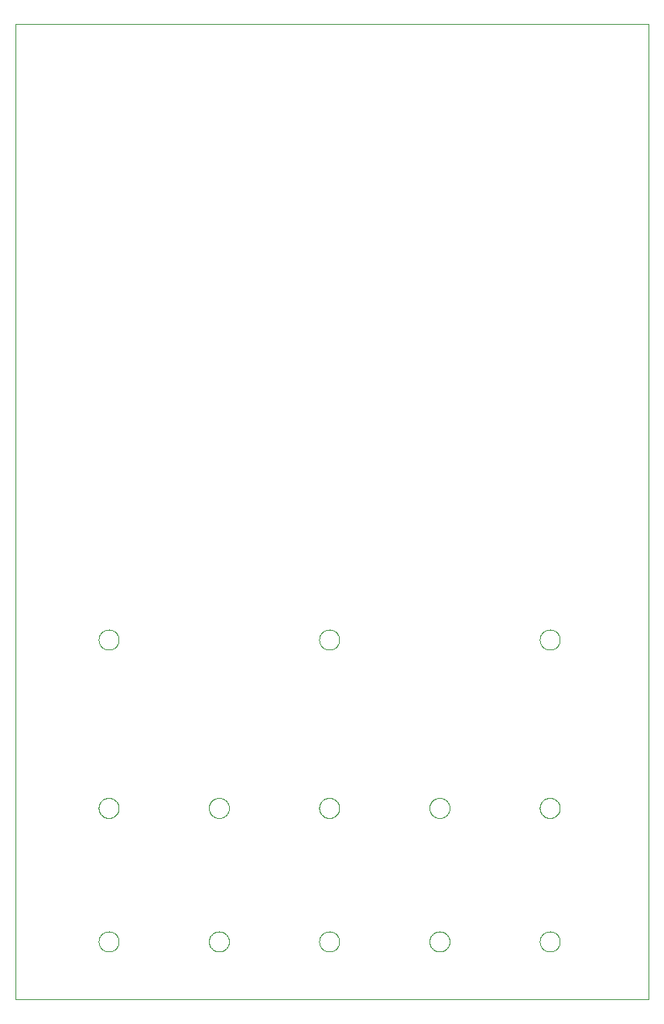
<source format=gbp>
G75*
%MOIN*%
%OFA0B0*%
%FSLAX25Y25*%
%IPPOS*%
%LPD*%
%AMOC8*
5,1,8,0,0,1.08239X$1,22.5*
%
%ADD10C,0.00000*%
D10*
X0001800Y0001800D02*
X0001800Y0421800D01*
X0274221Y0421800D01*
X0274221Y0001800D01*
X0001800Y0001800D01*
X0037469Y0026800D02*
X0037471Y0026931D01*
X0037477Y0027063D01*
X0037487Y0027194D01*
X0037501Y0027325D01*
X0037519Y0027455D01*
X0037541Y0027584D01*
X0037566Y0027713D01*
X0037596Y0027841D01*
X0037630Y0027968D01*
X0037667Y0028095D01*
X0037708Y0028219D01*
X0037753Y0028343D01*
X0037802Y0028465D01*
X0037854Y0028586D01*
X0037910Y0028704D01*
X0037970Y0028822D01*
X0038033Y0028937D01*
X0038100Y0029050D01*
X0038170Y0029162D01*
X0038243Y0029271D01*
X0038319Y0029377D01*
X0038399Y0029482D01*
X0038482Y0029584D01*
X0038568Y0029683D01*
X0038657Y0029780D01*
X0038749Y0029874D01*
X0038844Y0029965D01*
X0038941Y0030054D01*
X0039041Y0030139D01*
X0039144Y0030221D01*
X0039249Y0030300D01*
X0039356Y0030376D01*
X0039466Y0030448D01*
X0039578Y0030517D01*
X0039692Y0030583D01*
X0039807Y0030645D01*
X0039925Y0030704D01*
X0040044Y0030759D01*
X0040165Y0030811D01*
X0040288Y0030858D01*
X0040412Y0030902D01*
X0040537Y0030943D01*
X0040663Y0030979D01*
X0040791Y0031012D01*
X0040919Y0031040D01*
X0041048Y0031065D01*
X0041178Y0031086D01*
X0041308Y0031103D01*
X0041439Y0031116D01*
X0041570Y0031125D01*
X0041701Y0031130D01*
X0041833Y0031131D01*
X0041964Y0031128D01*
X0042096Y0031121D01*
X0042227Y0031110D01*
X0042357Y0031095D01*
X0042487Y0031076D01*
X0042617Y0031053D01*
X0042745Y0031027D01*
X0042873Y0030996D01*
X0043000Y0030961D01*
X0043126Y0030923D01*
X0043250Y0030881D01*
X0043374Y0030835D01*
X0043495Y0030785D01*
X0043615Y0030732D01*
X0043734Y0030675D01*
X0043851Y0030615D01*
X0043965Y0030551D01*
X0044078Y0030483D01*
X0044189Y0030412D01*
X0044298Y0030338D01*
X0044404Y0030261D01*
X0044508Y0030180D01*
X0044609Y0030097D01*
X0044708Y0030010D01*
X0044804Y0029920D01*
X0044897Y0029827D01*
X0044988Y0029732D01*
X0045075Y0029634D01*
X0045160Y0029533D01*
X0045241Y0029430D01*
X0045319Y0029324D01*
X0045394Y0029216D01*
X0045466Y0029106D01*
X0045534Y0028994D01*
X0045599Y0028880D01*
X0045660Y0028763D01*
X0045718Y0028645D01*
X0045772Y0028525D01*
X0045823Y0028404D01*
X0045870Y0028281D01*
X0045913Y0028157D01*
X0045952Y0028032D01*
X0045988Y0027905D01*
X0046019Y0027777D01*
X0046047Y0027649D01*
X0046071Y0027520D01*
X0046091Y0027390D01*
X0046107Y0027259D01*
X0046119Y0027128D01*
X0046127Y0026997D01*
X0046131Y0026866D01*
X0046131Y0026734D01*
X0046127Y0026603D01*
X0046119Y0026472D01*
X0046107Y0026341D01*
X0046091Y0026210D01*
X0046071Y0026080D01*
X0046047Y0025951D01*
X0046019Y0025823D01*
X0045988Y0025695D01*
X0045952Y0025568D01*
X0045913Y0025443D01*
X0045870Y0025319D01*
X0045823Y0025196D01*
X0045772Y0025075D01*
X0045718Y0024955D01*
X0045660Y0024837D01*
X0045599Y0024720D01*
X0045534Y0024606D01*
X0045466Y0024494D01*
X0045394Y0024384D01*
X0045319Y0024276D01*
X0045241Y0024170D01*
X0045160Y0024067D01*
X0045075Y0023966D01*
X0044988Y0023868D01*
X0044897Y0023773D01*
X0044804Y0023680D01*
X0044708Y0023590D01*
X0044609Y0023503D01*
X0044508Y0023420D01*
X0044404Y0023339D01*
X0044298Y0023262D01*
X0044189Y0023188D01*
X0044078Y0023117D01*
X0043966Y0023049D01*
X0043851Y0022985D01*
X0043734Y0022925D01*
X0043615Y0022868D01*
X0043495Y0022815D01*
X0043374Y0022765D01*
X0043250Y0022719D01*
X0043126Y0022677D01*
X0043000Y0022639D01*
X0042873Y0022604D01*
X0042745Y0022573D01*
X0042617Y0022547D01*
X0042487Y0022524D01*
X0042357Y0022505D01*
X0042227Y0022490D01*
X0042096Y0022479D01*
X0041964Y0022472D01*
X0041833Y0022469D01*
X0041701Y0022470D01*
X0041570Y0022475D01*
X0041439Y0022484D01*
X0041308Y0022497D01*
X0041178Y0022514D01*
X0041048Y0022535D01*
X0040919Y0022560D01*
X0040791Y0022588D01*
X0040663Y0022621D01*
X0040537Y0022657D01*
X0040412Y0022698D01*
X0040288Y0022742D01*
X0040165Y0022789D01*
X0040044Y0022841D01*
X0039925Y0022896D01*
X0039807Y0022955D01*
X0039692Y0023017D01*
X0039578Y0023083D01*
X0039466Y0023152D01*
X0039356Y0023224D01*
X0039249Y0023300D01*
X0039144Y0023379D01*
X0039041Y0023461D01*
X0038941Y0023546D01*
X0038844Y0023635D01*
X0038749Y0023726D01*
X0038657Y0023820D01*
X0038568Y0023917D01*
X0038482Y0024016D01*
X0038399Y0024118D01*
X0038319Y0024223D01*
X0038243Y0024329D01*
X0038170Y0024438D01*
X0038100Y0024550D01*
X0038033Y0024663D01*
X0037970Y0024778D01*
X0037910Y0024896D01*
X0037854Y0025014D01*
X0037802Y0025135D01*
X0037753Y0025257D01*
X0037708Y0025381D01*
X0037667Y0025505D01*
X0037630Y0025632D01*
X0037596Y0025759D01*
X0037566Y0025887D01*
X0037541Y0026016D01*
X0037519Y0026145D01*
X0037501Y0026275D01*
X0037487Y0026406D01*
X0037477Y0026537D01*
X0037471Y0026669D01*
X0037469Y0026800D01*
X0037469Y0084300D02*
X0037471Y0084431D01*
X0037477Y0084563D01*
X0037487Y0084694D01*
X0037501Y0084825D01*
X0037519Y0084955D01*
X0037541Y0085084D01*
X0037566Y0085213D01*
X0037596Y0085341D01*
X0037630Y0085468D01*
X0037667Y0085595D01*
X0037708Y0085719D01*
X0037753Y0085843D01*
X0037802Y0085965D01*
X0037854Y0086086D01*
X0037910Y0086204D01*
X0037970Y0086322D01*
X0038033Y0086437D01*
X0038100Y0086550D01*
X0038170Y0086662D01*
X0038243Y0086771D01*
X0038319Y0086877D01*
X0038399Y0086982D01*
X0038482Y0087084D01*
X0038568Y0087183D01*
X0038657Y0087280D01*
X0038749Y0087374D01*
X0038844Y0087465D01*
X0038941Y0087554D01*
X0039041Y0087639D01*
X0039144Y0087721D01*
X0039249Y0087800D01*
X0039356Y0087876D01*
X0039466Y0087948D01*
X0039578Y0088017D01*
X0039692Y0088083D01*
X0039807Y0088145D01*
X0039925Y0088204D01*
X0040044Y0088259D01*
X0040165Y0088311D01*
X0040288Y0088358D01*
X0040412Y0088402D01*
X0040537Y0088443D01*
X0040663Y0088479D01*
X0040791Y0088512D01*
X0040919Y0088540D01*
X0041048Y0088565D01*
X0041178Y0088586D01*
X0041308Y0088603D01*
X0041439Y0088616D01*
X0041570Y0088625D01*
X0041701Y0088630D01*
X0041833Y0088631D01*
X0041964Y0088628D01*
X0042096Y0088621D01*
X0042227Y0088610D01*
X0042357Y0088595D01*
X0042487Y0088576D01*
X0042617Y0088553D01*
X0042745Y0088527D01*
X0042873Y0088496D01*
X0043000Y0088461D01*
X0043126Y0088423D01*
X0043250Y0088381D01*
X0043374Y0088335D01*
X0043495Y0088285D01*
X0043615Y0088232D01*
X0043734Y0088175D01*
X0043851Y0088115D01*
X0043965Y0088051D01*
X0044078Y0087983D01*
X0044189Y0087912D01*
X0044298Y0087838D01*
X0044404Y0087761D01*
X0044508Y0087680D01*
X0044609Y0087597D01*
X0044708Y0087510D01*
X0044804Y0087420D01*
X0044897Y0087327D01*
X0044988Y0087232D01*
X0045075Y0087134D01*
X0045160Y0087033D01*
X0045241Y0086930D01*
X0045319Y0086824D01*
X0045394Y0086716D01*
X0045466Y0086606D01*
X0045534Y0086494D01*
X0045599Y0086380D01*
X0045660Y0086263D01*
X0045718Y0086145D01*
X0045772Y0086025D01*
X0045823Y0085904D01*
X0045870Y0085781D01*
X0045913Y0085657D01*
X0045952Y0085532D01*
X0045988Y0085405D01*
X0046019Y0085277D01*
X0046047Y0085149D01*
X0046071Y0085020D01*
X0046091Y0084890D01*
X0046107Y0084759D01*
X0046119Y0084628D01*
X0046127Y0084497D01*
X0046131Y0084366D01*
X0046131Y0084234D01*
X0046127Y0084103D01*
X0046119Y0083972D01*
X0046107Y0083841D01*
X0046091Y0083710D01*
X0046071Y0083580D01*
X0046047Y0083451D01*
X0046019Y0083323D01*
X0045988Y0083195D01*
X0045952Y0083068D01*
X0045913Y0082943D01*
X0045870Y0082819D01*
X0045823Y0082696D01*
X0045772Y0082575D01*
X0045718Y0082455D01*
X0045660Y0082337D01*
X0045599Y0082220D01*
X0045534Y0082106D01*
X0045466Y0081994D01*
X0045394Y0081884D01*
X0045319Y0081776D01*
X0045241Y0081670D01*
X0045160Y0081567D01*
X0045075Y0081466D01*
X0044988Y0081368D01*
X0044897Y0081273D01*
X0044804Y0081180D01*
X0044708Y0081090D01*
X0044609Y0081003D01*
X0044508Y0080920D01*
X0044404Y0080839D01*
X0044298Y0080762D01*
X0044189Y0080688D01*
X0044078Y0080617D01*
X0043966Y0080549D01*
X0043851Y0080485D01*
X0043734Y0080425D01*
X0043615Y0080368D01*
X0043495Y0080315D01*
X0043374Y0080265D01*
X0043250Y0080219D01*
X0043126Y0080177D01*
X0043000Y0080139D01*
X0042873Y0080104D01*
X0042745Y0080073D01*
X0042617Y0080047D01*
X0042487Y0080024D01*
X0042357Y0080005D01*
X0042227Y0079990D01*
X0042096Y0079979D01*
X0041964Y0079972D01*
X0041833Y0079969D01*
X0041701Y0079970D01*
X0041570Y0079975D01*
X0041439Y0079984D01*
X0041308Y0079997D01*
X0041178Y0080014D01*
X0041048Y0080035D01*
X0040919Y0080060D01*
X0040791Y0080088D01*
X0040663Y0080121D01*
X0040537Y0080157D01*
X0040412Y0080198D01*
X0040288Y0080242D01*
X0040165Y0080289D01*
X0040044Y0080341D01*
X0039925Y0080396D01*
X0039807Y0080455D01*
X0039692Y0080517D01*
X0039578Y0080583D01*
X0039466Y0080652D01*
X0039356Y0080724D01*
X0039249Y0080800D01*
X0039144Y0080879D01*
X0039041Y0080961D01*
X0038941Y0081046D01*
X0038844Y0081135D01*
X0038749Y0081226D01*
X0038657Y0081320D01*
X0038568Y0081417D01*
X0038482Y0081516D01*
X0038399Y0081618D01*
X0038319Y0081723D01*
X0038243Y0081829D01*
X0038170Y0081938D01*
X0038100Y0082050D01*
X0038033Y0082163D01*
X0037970Y0082278D01*
X0037910Y0082396D01*
X0037854Y0082514D01*
X0037802Y0082635D01*
X0037753Y0082757D01*
X0037708Y0082881D01*
X0037667Y0083005D01*
X0037630Y0083132D01*
X0037596Y0083259D01*
X0037566Y0083387D01*
X0037541Y0083516D01*
X0037519Y0083645D01*
X0037501Y0083775D01*
X0037487Y0083906D01*
X0037477Y0084037D01*
X0037471Y0084169D01*
X0037469Y0084300D01*
X0037469Y0156800D02*
X0037471Y0156931D01*
X0037477Y0157063D01*
X0037487Y0157194D01*
X0037501Y0157325D01*
X0037519Y0157455D01*
X0037541Y0157584D01*
X0037566Y0157713D01*
X0037596Y0157841D01*
X0037630Y0157968D01*
X0037667Y0158095D01*
X0037708Y0158219D01*
X0037753Y0158343D01*
X0037802Y0158465D01*
X0037854Y0158586D01*
X0037910Y0158704D01*
X0037970Y0158822D01*
X0038033Y0158937D01*
X0038100Y0159050D01*
X0038170Y0159162D01*
X0038243Y0159271D01*
X0038319Y0159377D01*
X0038399Y0159482D01*
X0038482Y0159584D01*
X0038568Y0159683D01*
X0038657Y0159780D01*
X0038749Y0159874D01*
X0038844Y0159965D01*
X0038941Y0160054D01*
X0039041Y0160139D01*
X0039144Y0160221D01*
X0039249Y0160300D01*
X0039356Y0160376D01*
X0039466Y0160448D01*
X0039578Y0160517D01*
X0039692Y0160583D01*
X0039807Y0160645D01*
X0039925Y0160704D01*
X0040044Y0160759D01*
X0040165Y0160811D01*
X0040288Y0160858D01*
X0040412Y0160902D01*
X0040537Y0160943D01*
X0040663Y0160979D01*
X0040791Y0161012D01*
X0040919Y0161040D01*
X0041048Y0161065D01*
X0041178Y0161086D01*
X0041308Y0161103D01*
X0041439Y0161116D01*
X0041570Y0161125D01*
X0041701Y0161130D01*
X0041833Y0161131D01*
X0041964Y0161128D01*
X0042096Y0161121D01*
X0042227Y0161110D01*
X0042357Y0161095D01*
X0042487Y0161076D01*
X0042617Y0161053D01*
X0042745Y0161027D01*
X0042873Y0160996D01*
X0043000Y0160961D01*
X0043126Y0160923D01*
X0043250Y0160881D01*
X0043374Y0160835D01*
X0043495Y0160785D01*
X0043615Y0160732D01*
X0043734Y0160675D01*
X0043851Y0160615D01*
X0043965Y0160551D01*
X0044078Y0160483D01*
X0044189Y0160412D01*
X0044298Y0160338D01*
X0044404Y0160261D01*
X0044508Y0160180D01*
X0044609Y0160097D01*
X0044708Y0160010D01*
X0044804Y0159920D01*
X0044897Y0159827D01*
X0044988Y0159732D01*
X0045075Y0159634D01*
X0045160Y0159533D01*
X0045241Y0159430D01*
X0045319Y0159324D01*
X0045394Y0159216D01*
X0045466Y0159106D01*
X0045534Y0158994D01*
X0045599Y0158880D01*
X0045660Y0158763D01*
X0045718Y0158645D01*
X0045772Y0158525D01*
X0045823Y0158404D01*
X0045870Y0158281D01*
X0045913Y0158157D01*
X0045952Y0158032D01*
X0045988Y0157905D01*
X0046019Y0157777D01*
X0046047Y0157649D01*
X0046071Y0157520D01*
X0046091Y0157390D01*
X0046107Y0157259D01*
X0046119Y0157128D01*
X0046127Y0156997D01*
X0046131Y0156866D01*
X0046131Y0156734D01*
X0046127Y0156603D01*
X0046119Y0156472D01*
X0046107Y0156341D01*
X0046091Y0156210D01*
X0046071Y0156080D01*
X0046047Y0155951D01*
X0046019Y0155823D01*
X0045988Y0155695D01*
X0045952Y0155568D01*
X0045913Y0155443D01*
X0045870Y0155319D01*
X0045823Y0155196D01*
X0045772Y0155075D01*
X0045718Y0154955D01*
X0045660Y0154837D01*
X0045599Y0154720D01*
X0045534Y0154606D01*
X0045466Y0154494D01*
X0045394Y0154384D01*
X0045319Y0154276D01*
X0045241Y0154170D01*
X0045160Y0154067D01*
X0045075Y0153966D01*
X0044988Y0153868D01*
X0044897Y0153773D01*
X0044804Y0153680D01*
X0044708Y0153590D01*
X0044609Y0153503D01*
X0044508Y0153420D01*
X0044404Y0153339D01*
X0044298Y0153262D01*
X0044189Y0153188D01*
X0044078Y0153117D01*
X0043966Y0153049D01*
X0043851Y0152985D01*
X0043734Y0152925D01*
X0043615Y0152868D01*
X0043495Y0152815D01*
X0043374Y0152765D01*
X0043250Y0152719D01*
X0043126Y0152677D01*
X0043000Y0152639D01*
X0042873Y0152604D01*
X0042745Y0152573D01*
X0042617Y0152547D01*
X0042487Y0152524D01*
X0042357Y0152505D01*
X0042227Y0152490D01*
X0042096Y0152479D01*
X0041964Y0152472D01*
X0041833Y0152469D01*
X0041701Y0152470D01*
X0041570Y0152475D01*
X0041439Y0152484D01*
X0041308Y0152497D01*
X0041178Y0152514D01*
X0041048Y0152535D01*
X0040919Y0152560D01*
X0040791Y0152588D01*
X0040663Y0152621D01*
X0040537Y0152657D01*
X0040412Y0152698D01*
X0040288Y0152742D01*
X0040165Y0152789D01*
X0040044Y0152841D01*
X0039925Y0152896D01*
X0039807Y0152955D01*
X0039692Y0153017D01*
X0039578Y0153083D01*
X0039466Y0153152D01*
X0039356Y0153224D01*
X0039249Y0153300D01*
X0039144Y0153379D01*
X0039041Y0153461D01*
X0038941Y0153546D01*
X0038844Y0153635D01*
X0038749Y0153726D01*
X0038657Y0153820D01*
X0038568Y0153917D01*
X0038482Y0154016D01*
X0038399Y0154118D01*
X0038319Y0154223D01*
X0038243Y0154329D01*
X0038170Y0154438D01*
X0038100Y0154550D01*
X0038033Y0154663D01*
X0037970Y0154778D01*
X0037910Y0154896D01*
X0037854Y0155014D01*
X0037802Y0155135D01*
X0037753Y0155257D01*
X0037708Y0155381D01*
X0037667Y0155505D01*
X0037630Y0155632D01*
X0037596Y0155759D01*
X0037566Y0155887D01*
X0037541Y0156016D01*
X0037519Y0156145D01*
X0037501Y0156275D01*
X0037487Y0156406D01*
X0037477Y0156537D01*
X0037471Y0156669D01*
X0037469Y0156800D01*
X0084969Y0084300D02*
X0084971Y0084431D01*
X0084977Y0084563D01*
X0084987Y0084694D01*
X0085001Y0084825D01*
X0085019Y0084955D01*
X0085041Y0085084D01*
X0085066Y0085213D01*
X0085096Y0085341D01*
X0085130Y0085468D01*
X0085167Y0085595D01*
X0085208Y0085719D01*
X0085253Y0085843D01*
X0085302Y0085965D01*
X0085354Y0086086D01*
X0085410Y0086204D01*
X0085470Y0086322D01*
X0085533Y0086437D01*
X0085600Y0086550D01*
X0085670Y0086662D01*
X0085743Y0086771D01*
X0085819Y0086877D01*
X0085899Y0086982D01*
X0085982Y0087084D01*
X0086068Y0087183D01*
X0086157Y0087280D01*
X0086249Y0087374D01*
X0086344Y0087465D01*
X0086441Y0087554D01*
X0086541Y0087639D01*
X0086644Y0087721D01*
X0086749Y0087800D01*
X0086856Y0087876D01*
X0086966Y0087948D01*
X0087078Y0088017D01*
X0087192Y0088083D01*
X0087307Y0088145D01*
X0087425Y0088204D01*
X0087544Y0088259D01*
X0087665Y0088311D01*
X0087788Y0088358D01*
X0087912Y0088402D01*
X0088037Y0088443D01*
X0088163Y0088479D01*
X0088291Y0088512D01*
X0088419Y0088540D01*
X0088548Y0088565D01*
X0088678Y0088586D01*
X0088808Y0088603D01*
X0088939Y0088616D01*
X0089070Y0088625D01*
X0089201Y0088630D01*
X0089333Y0088631D01*
X0089464Y0088628D01*
X0089596Y0088621D01*
X0089727Y0088610D01*
X0089857Y0088595D01*
X0089987Y0088576D01*
X0090117Y0088553D01*
X0090245Y0088527D01*
X0090373Y0088496D01*
X0090500Y0088461D01*
X0090626Y0088423D01*
X0090750Y0088381D01*
X0090874Y0088335D01*
X0090995Y0088285D01*
X0091115Y0088232D01*
X0091234Y0088175D01*
X0091351Y0088115D01*
X0091465Y0088051D01*
X0091578Y0087983D01*
X0091689Y0087912D01*
X0091798Y0087838D01*
X0091904Y0087761D01*
X0092008Y0087680D01*
X0092109Y0087597D01*
X0092208Y0087510D01*
X0092304Y0087420D01*
X0092397Y0087327D01*
X0092488Y0087232D01*
X0092575Y0087134D01*
X0092660Y0087033D01*
X0092741Y0086930D01*
X0092819Y0086824D01*
X0092894Y0086716D01*
X0092966Y0086606D01*
X0093034Y0086494D01*
X0093099Y0086380D01*
X0093160Y0086263D01*
X0093218Y0086145D01*
X0093272Y0086025D01*
X0093323Y0085904D01*
X0093370Y0085781D01*
X0093413Y0085657D01*
X0093452Y0085532D01*
X0093488Y0085405D01*
X0093519Y0085277D01*
X0093547Y0085149D01*
X0093571Y0085020D01*
X0093591Y0084890D01*
X0093607Y0084759D01*
X0093619Y0084628D01*
X0093627Y0084497D01*
X0093631Y0084366D01*
X0093631Y0084234D01*
X0093627Y0084103D01*
X0093619Y0083972D01*
X0093607Y0083841D01*
X0093591Y0083710D01*
X0093571Y0083580D01*
X0093547Y0083451D01*
X0093519Y0083323D01*
X0093488Y0083195D01*
X0093452Y0083068D01*
X0093413Y0082943D01*
X0093370Y0082819D01*
X0093323Y0082696D01*
X0093272Y0082575D01*
X0093218Y0082455D01*
X0093160Y0082337D01*
X0093099Y0082220D01*
X0093034Y0082106D01*
X0092966Y0081994D01*
X0092894Y0081884D01*
X0092819Y0081776D01*
X0092741Y0081670D01*
X0092660Y0081567D01*
X0092575Y0081466D01*
X0092488Y0081368D01*
X0092397Y0081273D01*
X0092304Y0081180D01*
X0092208Y0081090D01*
X0092109Y0081003D01*
X0092008Y0080920D01*
X0091904Y0080839D01*
X0091798Y0080762D01*
X0091689Y0080688D01*
X0091578Y0080617D01*
X0091466Y0080549D01*
X0091351Y0080485D01*
X0091234Y0080425D01*
X0091115Y0080368D01*
X0090995Y0080315D01*
X0090874Y0080265D01*
X0090750Y0080219D01*
X0090626Y0080177D01*
X0090500Y0080139D01*
X0090373Y0080104D01*
X0090245Y0080073D01*
X0090117Y0080047D01*
X0089987Y0080024D01*
X0089857Y0080005D01*
X0089727Y0079990D01*
X0089596Y0079979D01*
X0089464Y0079972D01*
X0089333Y0079969D01*
X0089201Y0079970D01*
X0089070Y0079975D01*
X0088939Y0079984D01*
X0088808Y0079997D01*
X0088678Y0080014D01*
X0088548Y0080035D01*
X0088419Y0080060D01*
X0088291Y0080088D01*
X0088163Y0080121D01*
X0088037Y0080157D01*
X0087912Y0080198D01*
X0087788Y0080242D01*
X0087665Y0080289D01*
X0087544Y0080341D01*
X0087425Y0080396D01*
X0087307Y0080455D01*
X0087192Y0080517D01*
X0087078Y0080583D01*
X0086966Y0080652D01*
X0086856Y0080724D01*
X0086749Y0080800D01*
X0086644Y0080879D01*
X0086541Y0080961D01*
X0086441Y0081046D01*
X0086344Y0081135D01*
X0086249Y0081226D01*
X0086157Y0081320D01*
X0086068Y0081417D01*
X0085982Y0081516D01*
X0085899Y0081618D01*
X0085819Y0081723D01*
X0085743Y0081829D01*
X0085670Y0081938D01*
X0085600Y0082050D01*
X0085533Y0082163D01*
X0085470Y0082278D01*
X0085410Y0082396D01*
X0085354Y0082514D01*
X0085302Y0082635D01*
X0085253Y0082757D01*
X0085208Y0082881D01*
X0085167Y0083005D01*
X0085130Y0083132D01*
X0085096Y0083259D01*
X0085066Y0083387D01*
X0085041Y0083516D01*
X0085019Y0083645D01*
X0085001Y0083775D01*
X0084987Y0083906D01*
X0084977Y0084037D01*
X0084971Y0084169D01*
X0084969Y0084300D01*
X0084969Y0026800D02*
X0084971Y0026931D01*
X0084977Y0027063D01*
X0084987Y0027194D01*
X0085001Y0027325D01*
X0085019Y0027455D01*
X0085041Y0027584D01*
X0085066Y0027713D01*
X0085096Y0027841D01*
X0085130Y0027968D01*
X0085167Y0028095D01*
X0085208Y0028219D01*
X0085253Y0028343D01*
X0085302Y0028465D01*
X0085354Y0028586D01*
X0085410Y0028704D01*
X0085470Y0028822D01*
X0085533Y0028937D01*
X0085600Y0029050D01*
X0085670Y0029162D01*
X0085743Y0029271D01*
X0085819Y0029377D01*
X0085899Y0029482D01*
X0085982Y0029584D01*
X0086068Y0029683D01*
X0086157Y0029780D01*
X0086249Y0029874D01*
X0086344Y0029965D01*
X0086441Y0030054D01*
X0086541Y0030139D01*
X0086644Y0030221D01*
X0086749Y0030300D01*
X0086856Y0030376D01*
X0086966Y0030448D01*
X0087078Y0030517D01*
X0087192Y0030583D01*
X0087307Y0030645D01*
X0087425Y0030704D01*
X0087544Y0030759D01*
X0087665Y0030811D01*
X0087788Y0030858D01*
X0087912Y0030902D01*
X0088037Y0030943D01*
X0088163Y0030979D01*
X0088291Y0031012D01*
X0088419Y0031040D01*
X0088548Y0031065D01*
X0088678Y0031086D01*
X0088808Y0031103D01*
X0088939Y0031116D01*
X0089070Y0031125D01*
X0089201Y0031130D01*
X0089333Y0031131D01*
X0089464Y0031128D01*
X0089596Y0031121D01*
X0089727Y0031110D01*
X0089857Y0031095D01*
X0089987Y0031076D01*
X0090117Y0031053D01*
X0090245Y0031027D01*
X0090373Y0030996D01*
X0090500Y0030961D01*
X0090626Y0030923D01*
X0090750Y0030881D01*
X0090874Y0030835D01*
X0090995Y0030785D01*
X0091115Y0030732D01*
X0091234Y0030675D01*
X0091351Y0030615D01*
X0091465Y0030551D01*
X0091578Y0030483D01*
X0091689Y0030412D01*
X0091798Y0030338D01*
X0091904Y0030261D01*
X0092008Y0030180D01*
X0092109Y0030097D01*
X0092208Y0030010D01*
X0092304Y0029920D01*
X0092397Y0029827D01*
X0092488Y0029732D01*
X0092575Y0029634D01*
X0092660Y0029533D01*
X0092741Y0029430D01*
X0092819Y0029324D01*
X0092894Y0029216D01*
X0092966Y0029106D01*
X0093034Y0028994D01*
X0093099Y0028880D01*
X0093160Y0028763D01*
X0093218Y0028645D01*
X0093272Y0028525D01*
X0093323Y0028404D01*
X0093370Y0028281D01*
X0093413Y0028157D01*
X0093452Y0028032D01*
X0093488Y0027905D01*
X0093519Y0027777D01*
X0093547Y0027649D01*
X0093571Y0027520D01*
X0093591Y0027390D01*
X0093607Y0027259D01*
X0093619Y0027128D01*
X0093627Y0026997D01*
X0093631Y0026866D01*
X0093631Y0026734D01*
X0093627Y0026603D01*
X0093619Y0026472D01*
X0093607Y0026341D01*
X0093591Y0026210D01*
X0093571Y0026080D01*
X0093547Y0025951D01*
X0093519Y0025823D01*
X0093488Y0025695D01*
X0093452Y0025568D01*
X0093413Y0025443D01*
X0093370Y0025319D01*
X0093323Y0025196D01*
X0093272Y0025075D01*
X0093218Y0024955D01*
X0093160Y0024837D01*
X0093099Y0024720D01*
X0093034Y0024606D01*
X0092966Y0024494D01*
X0092894Y0024384D01*
X0092819Y0024276D01*
X0092741Y0024170D01*
X0092660Y0024067D01*
X0092575Y0023966D01*
X0092488Y0023868D01*
X0092397Y0023773D01*
X0092304Y0023680D01*
X0092208Y0023590D01*
X0092109Y0023503D01*
X0092008Y0023420D01*
X0091904Y0023339D01*
X0091798Y0023262D01*
X0091689Y0023188D01*
X0091578Y0023117D01*
X0091466Y0023049D01*
X0091351Y0022985D01*
X0091234Y0022925D01*
X0091115Y0022868D01*
X0090995Y0022815D01*
X0090874Y0022765D01*
X0090750Y0022719D01*
X0090626Y0022677D01*
X0090500Y0022639D01*
X0090373Y0022604D01*
X0090245Y0022573D01*
X0090117Y0022547D01*
X0089987Y0022524D01*
X0089857Y0022505D01*
X0089727Y0022490D01*
X0089596Y0022479D01*
X0089464Y0022472D01*
X0089333Y0022469D01*
X0089201Y0022470D01*
X0089070Y0022475D01*
X0088939Y0022484D01*
X0088808Y0022497D01*
X0088678Y0022514D01*
X0088548Y0022535D01*
X0088419Y0022560D01*
X0088291Y0022588D01*
X0088163Y0022621D01*
X0088037Y0022657D01*
X0087912Y0022698D01*
X0087788Y0022742D01*
X0087665Y0022789D01*
X0087544Y0022841D01*
X0087425Y0022896D01*
X0087307Y0022955D01*
X0087192Y0023017D01*
X0087078Y0023083D01*
X0086966Y0023152D01*
X0086856Y0023224D01*
X0086749Y0023300D01*
X0086644Y0023379D01*
X0086541Y0023461D01*
X0086441Y0023546D01*
X0086344Y0023635D01*
X0086249Y0023726D01*
X0086157Y0023820D01*
X0086068Y0023917D01*
X0085982Y0024016D01*
X0085899Y0024118D01*
X0085819Y0024223D01*
X0085743Y0024329D01*
X0085670Y0024438D01*
X0085600Y0024550D01*
X0085533Y0024663D01*
X0085470Y0024778D01*
X0085410Y0024896D01*
X0085354Y0025014D01*
X0085302Y0025135D01*
X0085253Y0025257D01*
X0085208Y0025381D01*
X0085167Y0025505D01*
X0085130Y0025632D01*
X0085096Y0025759D01*
X0085066Y0025887D01*
X0085041Y0026016D01*
X0085019Y0026145D01*
X0085001Y0026275D01*
X0084987Y0026406D01*
X0084977Y0026537D01*
X0084971Y0026669D01*
X0084969Y0026800D01*
X0132469Y0026800D02*
X0132471Y0026931D01*
X0132477Y0027063D01*
X0132487Y0027194D01*
X0132501Y0027325D01*
X0132519Y0027455D01*
X0132541Y0027584D01*
X0132566Y0027713D01*
X0132596Y0027841D01*
X0132630Y0027968D01*
X0132667Y0028095D01*
X0132708Y0028219D01*
X0132753Y0028343D01*
X0132802Y0028465D01*
X0132854Y0028586D01*
X0132910Y0028704D01*
X0132970Y0028822D01*
X0133033Y0028937D01*
X0133100Y0029050D01*
X0133170Y0029162D01*
X0133243Y0029271D01*
X0133319Y0029377D01*
X0133399Y0029482D01*
X0133482Y0029584D01*
X0133568Y0029683D01*
X0133657Y0029780D01*
X0133749Y0029874D01*
X0133844Y0029965D01*
X0133941Y0030054D01*
X0134041Y0030139D01*
X0134144Y0030221D01*
X0134249Y0030300D01*
X0134356Y0030376D01*
X0134466Y0030448D01*
X0134578Y0030517D01*
X0134692Y0030583D01*
X0134807Y0030645D01*
X0134925Y0030704D01*
X0135044Y0030759D01*
X0135165Y0030811D01*
X0135288Y0030858D01*
X0135412Y0030902D01*
X0135537Y0030943D01*
X0135663Y0030979D01*
X0135791Y0031012D01*
X0135919Y0031040D01*
X0136048Y0031065D01*
X0136178Y0031086D01*
X0136308Y0031103D01*
X0136439Y0031116D01*
X0136570Y0031125D01*
X0136701Y0031130D01*
X0136833Y0031131D01*
X0136964Y0031128D01*
X0137096Y0031121D01*
X0137227Y0031110D01*
X0137357Y0031095D01*
X0137487Y0031076D01*
X0137617Y0031053D01*
X0137745Y0031027D01*
X0137873Y0030996D01*
X0138000Y0030961D01*
X0138126Y0030923D01*
X0138250Y0030881D01*
X0138374Y0030835D01*
X0138495Y0030785D01*
X0138615Y0030732D01*
X0138734Y0030675D01*
X0138851Y0030615D01*
X0138965Y0030551D01*
X0139078Y0030483D01*
X0139189Y0030412D01*
X0139298Y0030338D01*
X0139404Y0030261D01*
X0139508Y0030180D01*
X0139609Y0030097D01*
X0139708Y0030010D01*
X0139804Y0029920D01*
X0139897Y0029827D01*
X0139988Y0029732D01*
X0140075Y0029634D01*
X0140160Y0029533D01*
X0140241Y0029430D01*
X0140319Y0029324D01*
X0140394Y0029216D01*
X0140466Y0029106D01*
X0140534Y0028994D01*
X0140599Y0028880D01*
X0140660Y0028763D01*
X0140718Y0028645D01*
X0140772Y0028525D01*
X0140823Y0028404D01*
X0140870Y0028281D01*
X0140913Y0028157D01*
X0140952Y0028032D01*
X0140988Y0027905D01*
X0141019Y0027777D01*
X0141047Y0027649D01*
X0141071Y0027520D01*
X0141091Y0027390D01*
X0141107Y0027259D01*
X0141119Y0027128D01*
X0141127Y0026997D01*
X0141131Y0026866D01*
X0141131Y0026734D01*
X0141127Y0026603D01*
X0141119Y0026472D01*
X0141107Y0026341D01*
X0141091Y0026210D01*
X0141071Y0026080D01*
X0141047Y0025951D01*
X0141019Y0025823D01*
X0140988Y0025695D01*
X0140952Y0025568D01*
X0140913Y0025443D01*
X0140870Y0025319D01*
X0140823Y0025196D01*
X0140772Y0025075D01*
X0140718Y0024955D01*
X0140660Y0024837D01*
X0140599Y0024720D01*
X0140534Y0024606D01*
X0140466Y0024494D01*
X0140394Y0024384D01*
X0140319Y0024276D01*
X0140241Y0024170D01*
X0140160Y0024067D01*
X0140075Y0023966D01*
X0139988Y0023868D01*
X0139897Y0023773D01*
X0139804Y0023680D01*
X0139708Y0023590D01*
X0139609Y0023503D01*
X0139508Y0023420D01*
X0139404Y0023339D01*
X0139298Y0023262D01*
X0139189Y0023188D01*
X0139078Y0023117D01*
X0138966Y0023049D01*
X0138851Y0022985D01*
X0138734Y0022925D01*
X0138615Y0022868D01*
X0138495Y0022815D01*
X0138374Y0022765D01*
X0138250Y0022719D01*
X0138126Y0022677D01*
X0138000Y0022639D01*
X0137873Y0022604D01*
X0137745Y0022573D01*
X0137617Y0022547D01*
X0137487Y0022524D01*
X0137357Y0022505D01*
X0137227Y0022490D01*
X0137096Y0022479D01*
X0136964Y0022472D01*
X0136833Y0022469D01*
X0136701Y0022470D01*
X0136570Y0022475D01*
X0136439Y0022484D01*
X0136308Y0022497D01*
X0136178Y0022514D01*
X0136048Y0022535D01*
X0135919Y0022560D01*
X0135791Y0022588D01*
X0135663Y0022621D01*
X0135537Y0022657D01*
X0135412Y0022698D01*
X0135288Y0022742D01*
X0135165Y0022789D01*
X0135044Y0022841D01*
X0134925Y0022896D01*
X0134807Y0022955D01*
X0134692Y0023017D01*
X0134578Y0023083D01*
X0134466Y0023152D01*
X0134356Y0023224D01*
X0134249Y0023300D01*
X0134144Y0023379D01*
X0134041Y0023461D01*
X0133941Y0023546D01*
X0133844Y0023635D01*
X0133749Y0023726D01*
X0133657Y0023820D01*
X0133568Y0023917D01*
X0133482Y0024016D01*
X0133399Y0024118D01*
X0133319Y0024223D01*
X0133243Y0024329D01*
X0133170Y0024438D01*
X0133100Y0024550D01*
X0133033Y0024663D01*
X0132970Y0024778D01*
X0132910Y0024896D01*
X0132854Y0025014D01*
X0132802Y0025135D01*
X0132753Y0025257D01*
X0132708Y0025381D01*
X0132667Y0025505D01*
X0132630Y0025632D01*
X0132596Y0025759D01*
X0132566Y0025887D01*
X0132541Y0026016D01*
X0132519Y0026145D01*
X0132501Y0026275D01*
X0132487Y0026406D01*
X0132477Y0026537D01*
X0132471Y0026669D01*
X0132469Y0026800D01*
X0132469Y0084300D02*
X0132471Y0084431D01*
X0132477Y0084563D01*
X0132487Y0084694D01*
X0132501Y0084825D01*
X0132519Y0084955D01*
X0132541Y0085084D01*
X0132566Y0085213D01*
X0132596Y0085341D01*
X0132630Y0085468D01*
X0132667Y0085595D01*
X0132708Y0085719D01*
X0132753Y0085843D01*
X0132802Y0085965D01*
X0132854Y0086086D01*
X0132910Y0086204D01*
X0132970Y0086322D01*
X0133033Y0086437D01*
X0133100Y0086550D01*
X0133170Y0086662D01*
X0133243Y0086771D01*
X0133319Y0086877D01*
X0133399Y0086982D01*
X0133482Y0087084D01*
X0133568Y0087183D01*
X0133657Y0087280D01*
X0133749Y0087374D01*
X0133844Y0087465D01*
X0133941Y0087554D01*
X0134041Y0087639D01*
X0134144Y0087721D01*
X0134249Y0087800D01*
X0134356Y0087876D01*
X0134466Y0087948D01*
X0134578Y0088017D01*
X0134692Y0088083D01*
X0134807Y0088145D01*
X0134925Y0088204D01*
X0135044Y0088259D01*
X0135165Y0088311D01*
X0135288Y0088358D01*
X0135412Y0088402D01*
X0135537Y0088443D01*
X0135663Y0088479D01*
X0135791Y0088512D01*
X0135919Y0088540D01*
X0136048Y0088565D01*
X0136178Y0088586D01*
X0136308Y0088603D01*
X0136439Y0088616D01*
X0136570Y0088625D01*
X0136701Y0088630D01*
X0136833Y0088631D01*
X0136964Y0088628D01*
X0137096Y0088621D01*
X0137227Y0088610D01*
X0137357Y0088595D01*
X0137487Y0088576D01*
X0137617Y0088553D01*
X0137745Y0088527D01*
X0137873Y0088496D01*
X0138000Y0088461D01*
X0138126Y0088423D01*
X0138250Y0088381D01*
X0138374Y0088335D01*
X0138495Y0088285D01*
X0138615Y0088232D01*
X0138734Y0088175D01*
X0138851Y0088115D01*
X0138965Y0088051D01*
X0139078Y0087983D01*
X0139189Y0087912D01*
X0139298Y0087838D01*
X0139404Y0087761D01*
X0139508Y0087680D01*
X0139609Y0087597D01*
X0139708Y0087510D01*
X0139804Y0087420D01*
X0139897Y0087327D01*
X0139988Y0087232D01*
X0140075Y0087134D01*
X0140160Y0087033D01*
X0140241Y0086930D01*
X0140319Y0086824D01*
X0140394Y0086716D01*
X0140466Y0086606D01*
X0140534Y0086494D01*
X0140599Y0086380D01*
X0140660Y0086263D01*
X0140718Y0086145D01*
X0140772Y0086025D01*
X0140823Y0085904D01*
X0140870Y0085781D01*
X0140913Y0085657D01*
X0140952Y0085532D01*
X0140988Y0085405D01*
X0141019Y0085277D01*
X0141047Y0085149D01*
X0141071Y0085020D01*
X0141091Y0084890D01*
X0141107Y0084759D01*
X0141119Y0084628D01*
X0141127Y0084497D01*
X0141131Y0084366D01*
X0141131Y0084234D01*
X0141127Y0084103D01*
X0141119Y0083972D01*
X0141107Y0083841D01*
X0141091Y0083710D01*
X0141071Y0083580D01*
X0141047Y0083451D01*
X0141019Y0083323D01*
X0140988Y0083195D01*
X0140952Y0083068D01*
X0140913Y0082943D01*
X0140870Y0082819D01*
X0140823Y0082696D01*
X0140772Y0082575D01*
X0140718Y0082455D01*
X0140660Y0082337D01*
X0140599Y0082220D01*
X0140534Y0082106D01*
X0140466Y0081994D01*
X0140394Y0081884D01*
X0140319Y0081776D01*
X0140241Y0081670D01*
X0140160Y0081567D01*
X0140075Y0081466D01*
X0139988Y0081368D01*
X0139897Y0081273D01*
X0139804Y0081180D01*
X0139708Y0081090D01*
X0139609Y0081003D01*
X0139508Y0080920D01*
X0139404Y0080839D01*
X0139298Y0080762D01*
X0139189Y0080688D01*
X0139078Y0080617D01*
X0138966Y0080549D01*
X0138851Y0080485D01*
X0138734Y0080425D01*
X0138615Y0080368D01*
X0138495Y0080315D01*
X0138374Y0080265D01*
X0138250Y0080219D01*
X0138126Y0080177D01*
X0138000Y0080139D01*
X0137873Y0080104D01*
X0137745Y0080073D01*
X0137617Y0080047D01*
X0137487Y0080024D01*
X0137357Y0080005D01*
X0137227Y0079990D01*
X0137096Y0079979D01*
X0136964Y0079972D01*
X0136833Y0079969D01*
X0136701Y0079970D01*
X0136570Y0079975D01*
X0136439Y0079984D01*
X0136308Y0079997D01*
X0136178Y0080014D01*
X0136048Y0080035D01*
X0135919Y0080060D01*
X0135791Y0080088D01*
X0135663Y0080121D01*
X0135537Y0080157D01*
X0135412Y0080198D01*
X0135288Y0080242D01*
X0135165Y0080289D01*
X0135044Y0080341D01*
X0134925Y0080396D01*
X0134807Y0080455D01*
X0134692Y0080517D01*
X0134578Y0080583D01*
X0134466Y0080652D01*
X0134356Y0080724D01*
X0134249Y0080800D01*
X0134144Y0080879D01*
X0134041Y0080961D01*
X0133941Y0081046D01*
X0133844Y0081135D01*
X0133749Y0081226D01*
X0133657Y0081320D01*
X0133568Y0081417D01*
X0133482Y0081516D01*
X0133399Y0081618D01*
X0133319Y0081723D01*
X0133243Y0081829D01*
X0133170Y0081938D01*
X0133100Y0082050D01*
X0133033Y0082163D01*
X0132970Y0082278D01*
X0132910Y0082396D01*
X0132854Y0082514D01*
X0132802Y0082635D01*
X0132753Y0082757D01*
X0132708Y0082881D01*
X0132667Y0083005D01*
X0132630Y0083132D01*
X0132596Y0083259D01*
X0132566Y0083387D01*
X0132541Y0083516D01*
X0132519Y0083645D01*
X0132501Y0083775D01*
X0132487Y0083906D01*
X0132477Y0084037D01*
X0132471Y0084169D01*
X0132469Y0084300D01*
X0132469Y0156800D02*
X0132471Y0156931D01*
X0132477Y0157063D01*
X0132487Y0157194D01*
X0132501Y0157325D01*
X0132519Y0157455D01*
X0132541Y0157584D01*
X0132566Y0157713D01*
X0132596Y0157841D01*
X0132630Y0157968D01*
X0132667Y0158095D01*
X0132708Y0158219D01*
X0132753Y0158343D01*
X0132802Y0158465D01*
X0132854Y0158586D01*
X0132910Y0158704D01*
X0132970Y0158822D01*
X0133033Y0158937D01*
X0133100Y0159050D01*
X0133170Y0159162D01*
X0133243Y0159271D01*
X0133319Y0159377D01*
X0133399Y0159482D01*
X0133482Y0159584D01*
X0133568Y0159683D01*
X0133657Y0159780D01*
X0133749Y0159874D01*
X0133844Y0159965D01*
X0133941Y0160054D01*
X0134041Y0160139D01*
X0134144Y0160221D01*
X0134249Y0160300D01*
X0134356Y0160376D01*
X0134466Y0160448D01*
X0134578Y0160517D01*
X0134692Y0160583D01*
X0134807Y0160645D01*
X0134925Y0160704D01*
X0135044Y0160759D01*
X0135165Y0160811D01*
X0135288Y0160858D01*
X0135412Y0160902D01*
X0135537Y0160943D01*
X0135663Y0160979D01*
X0135791Y0161012D01*
X0135919Y0161040D01*
X0136048Y0161065D01*
X0136178Y0161086D01*
X0136308Y0161103D01*
X0136439Y0161116D01*
X0136570Y0161125D01*
X0136701Y0161130D01*
X0136833Y0161131D01*
X0136964Y0161128D01*
X0137096Y0161121D01*
X0137227Y0161110D01*
X0137357Y0161095D01*
X0137487Y0161076D01*
X0137617Y0161053D01*
X0137745Y0161027D01*
X0137873Y0160996D01*
X0138000Y0160961D01*
X0138126Y0160923D01*
X0138250Y0160881D01*
X0138374Y0160835D01*
X0138495Y0160785D01*
X0138615Y0160732D01*
X0138734Y0160675D01*
X0138851Y0160615D01*
X0138965Y0160551D01*
X0139078Y0160483D01*
X0139189Y0160412D01*
X0139298Y0160338D01*
X0139404Y0160261D01*
X0139508Y0160180D01*
X0139609Y0160097D01*
X0139708Y0160010D01*
X0139804Y0159920D01*
X0139897Y0159827D01*
X0139988Y0159732D01*
X0140075Y0159634D01*
X0140160Y0159533D01*
X0140241Y0159430D01*
X0140319Y0159324D01*
X0140394Y0159216D01*
X0140466Y0159106D01*
X0140534Y0158994D01*
X0140599Y0158880D01*
X0140660Y0158763D01*
X0140718Y0158645D01*
X0140772Y0158525D01*
X0140823Y0158404D01*
X0140870Y0158281D01*
X0140913Y0158157D01*
X0140952Y0158032D01*
X0140988Y0157905D01*
X0141019Y0157777D01*
X0141047Y0157649D01*
X0141071Y0157520D01*
X0141091Y0157390D01*
X0141107Y0157259D01*
X0141119Y0157128D01*
X0141127Y0156997D01*
X0141131Y0156866D01*
X0141131Y0156734D01*
X0141127Y0156603D01*
X0141119Y0156472D01*
X0141107Y0156341D01*
X0141091Y0156210D01*
X0141071Y0156080D01*
X0141047Y0155951D01*
X0141019Y0155823D01*
X0140988Y0155695D01*
X0140952Y0155568D01*
X0140913Y0155443D01*
X0140870Y0155319D01*
X0140823Y0155196D01*
X0140772Y0155075D01*
X0140718Y0154955D01*
X0140660Y0154837D01*
X0140599Y0154720D01*
X0140534Y0154606D01*
X0140466Y0154494D01*
X0140394Y0154384D01*
X0140319Y0154276D01*
X0140241Y0154170D01*
X0140160Y0154067D01*
X0140075Y0153966D01*
X0139988Y0153868D01*
X0139897Y0153773D01*
X0139804Y0153680D01*
X0139708Y0153590D01*
X0139609Y0153503D01*
X0139508Y0153420D01*
X0139404Y0153339D01*
X0139298Y0153262D01*
X0139189Y0153188D01*
X0139078Y0153117D01*
X0138966Y0153049D01*
X0138851Y0152985D01*
X0138734Y0152925D01*
X0138615Y0152868D01*
X0138495Y0152815D01*
X0138374Y0152765D01*
X0138250Y0152719D01*
X0138126Y0152677D01*
X0138000Y0152639D01*
X0137873Y0152604D01*
X0137745Y0152573D01*
X0137617Y0152547D01*
X0137487Y0152524D01*
X0137357Y0152505D01*
X0137227Y0152490D01*
X0137096Y0152479D01*
X0136964Y0152472D01*
X0136833Y0152469D01*
X0136701Y0152470D01*
X0136570Y0152475D01*
X0136439Y0152484D01*
X0136308Y0152497D01*
X0136178Y0152514D01*
X0136048Y0152535D01*
X0135919Y0152560D01*
X0135791Y0152588D01*
X0135663Y0152621D01*
X0135537Y0152657D01*
X0135412Y0152698D01*
X0135288Y0152742D01*
X0135165Y0152789D01*
X0135044Y0152841D01*
X0134925Y0152896D01*
X0134807Y0152955D01*
X0134692Y0153017D01*
X0134578Y0153083D01*
X0134466Y0153152D01*
X0134356Y0153224D01*
X0134249Y0153300D01*
X0134144Y0153379D01*
X0134041Y0153461D01*
X0133941Y0153546D01*
X0133844Y0153635D01*
X0133749Y0153726D01*
X0133657Y0153820D01*
X0133568Y0153917D01*
X0133482Y0154016D01*
X0133399Y0154118D01*
X0133319Y0154223D01*
X0133243Y0154329D01*
X0133170Y0154438D01*
X0133100Y0154550D01*
X0133033Y0154663D01*
X0132970Y0154778D01*
X0132910Y0154896D01*
X0132854Y0155014D01*
X0132802Y0155135D01*
X0132753Y0155257D01*
X0132708Y0155381D01*
X0132667Y0155505D01*
X0132630Y0155632D01*
X0132596Y0155759D01*
X0132566Y0155887D01*
X0132541Y0156016D01*
X0132519Y0156145D01*
X0132501Y0156275D01*
X0132487Y0156406D01*
X0132477Y0156537D01*
X0132471Y0156669D01*
X0132469Y0156800D01*
X0179969Y0084300D02*
X0179971Y0084431D01*
X0179977Y0084563D01*
X0179987Y0084694D01*
X0180001Y0084825D01*
X0180019Y0084955D01*
X0180041Y0085084D01*
X0180066Y0085213D01*
X0180096Y0085341D01*
X0180130Y0085468D01*
X0180167Y0085595D01*
X0180208Y0085719D01*
X0180253Y0085843D01*
X0180302Y0085965D01*
X0180354Y0086086D01*
X0180410Y0086204D01*
X0180470Y0086322D01*
X0180533Y0086437D01*
X0180600Y0086550D01*
X0180670Y0086662D01*
X0180743Y0086771D01*
X0180819Y0086877D01*
X0180899Y0086982D01*
X0180982Y0087084D01*
X0181068Y0087183D01*
X0181157Y0087280D01*
X0181249Y0087374D01*
X0181344Y0087465D01*
X0181441Y0087554D01*
X0181541Y0087639D01*
X0181644Y0087721D01*
X0181749Y0087800D01*
X0181856Y0087876D01*
X0181966Y0087948D01*
X0182078Y0088017D01*
X0182192Y0088083D01*
X0182307Y0088145D01*
X0182425Y0088204D01*
X0182544Y0088259D01*
X0182665Y0088311D01*
X0182788Y0088358D01*
X0182912Y0088402D01*
X0183037Y0088443D01*
X0183163Y0088479D01*
X0183291Y0088512D01*
X0183419Y0088540D01*
X0183548Y0088565D01*
X0183678Y0088586D01*
X0183808Y0088603D01*
X0183939Y0088616D01*
X0184070Y0088625D01*
X0184201Y0088630D01*
X0184333Y0088631D01*
X0184464Y0088628D01*
X0184596Y0088621D01*
X0184727Y0088610D01*
X0184857Y0088595D01*
X0184987Y0088576D01*
X0185117Y0088553D01*
X0185245Y0088527D01*
X0185373Y0088496D01*
X0185500Y0088461D01*
X0185626Y0088423D01*
X0185750Y0088381D01*
X0185874Y0088335D01*
X0185995Y0088285D01*
X0186115Y0088232D01*
X0186234Y0088175D01*
X0186351Y0088115D01*
X0186465Y0088051D01*
X0186578Y0087983D01*
X0186689Y0087912D01*
X0186798Y0087838D01*
X0186904Y0087761D01*
X0187008Y0087680D01*
X0187109Y0087597D01*
X0187208Y0087510D01*
X0187304Y0087420D01*
X0187397Y0087327D01*
X0187488Y0087232D01*
X0187575Y0087134D01*
X0187660Y0087033D01*
X0187741Y0086930D01*
X0187819Y0086824D01*
X0187894Y0086716D01*
X0187966Y0086606D01*
X0188034Y0086494D01*
X0188099Y0086380D01*
X0188160Y0086263D01*
X0188218Y0086145D01*
X0188272Y0086025D01*
X0188323Y0085904D01*
X0188370Y0085781D01*
X0188413Y0085657D01*
X0188452Y0085532D01*
X0188488Y0085405D01*
X0188519Y0085277D01*
X0188547Y0085149D01*
X0188571Y0085020D01*
X0188591Y0084890D01*
X0188607Y0084759D01*
X0188619Y0084628D01*
X0188627Y0084497D01*
X0188631Y0084366D01*
X0188631Y0084234D01*
X0188627Y0084103D01*
X0188619Y0083972D01*
X0188607Y0083841D01*
X0188591Y0083710D01*
X0188571Y0083580D01*
X0188547Y0083451D01*
X0188519Y0083323D01*
X0188488Y0083195D01*
X0188452Y0083068D01*
X0188413Y0082943D01*
X0188370Y0082819D01*
X0188323Y0082696D01*
X0188272Y0082575D01*
X0188218Y0082455D01*
X0188160Y0082337D01*
X0188099Y0082220D01*
X0188034Y0082106D01*
X0187966Y0081994D01*
X0187894Y0081884D01*
X0187819Y0081776D01*
X0187741Y0081670D01*
X0187660Y0081567D01*
X0187575Y0081466D01*
X0187488Y0081368D01*
X0187397Y0081273D01*
X0187304Y0081180D01*
X0187208Y0081090D01*
X0187109Y0081003D01*
X0187008Y0080920D01*
X0186904Y0080839D01*
X0186798Y0080762D01*
X0186689Y0080688D01*
X0186578Y0080617D01*
X0186466Y0080549D01*
X0186351Y0080485D01*
X0186234Y0080425D01*
X0186115Y0080368D01*
X0185995Y0080315D01*
X0185874Y0080265D01*
X0185750Y0080219D01*
X0185626Y0080177D01*
X0185500Y0080139D01*
X0185373Y0080104D01*
X0185245Y0080073D01*
X0185117Y0080047D01*
X0184987Y0080024D01*
X0184857Y0080005D01*
X0184727Y0079990D01*
X0184596Y0079979D01*
X0184464Y0079972D01*
X0184333Y0079969D01*
X0184201Y0079970D01*
X0184070Y0079975D01*
X0183939Y0079984D01*
X0183808Y0079997D01*
X0183678Y0080014D01*
X0183548Y0080035D01*
X0183419Y0080060D01*
X0183291Y0080088D01*
X0183163Y0080121D01*
X0183037Y0080157D01*
X0182912Y0080198D01*
X0182788Y0080242D01*
X0182665Y0080289D01*
X0182544Y0080341D01*
X0182425Y0080396D01*
X0182307Y0080455D01*
X0182192Y0080517D01*
X0182078Y0080583D01*
X0181966Y0080652D01*
X0181856Y0080724D01*
X0181749Y0080800D01*
X0181644Y0080879D01*
X0181541Y0080961D01*
X0181441Y0081046D01*
X0181344Y0081135D01*
X0181249Y0081226D01*
X0181157Y0081320D01*
X0181068Y0081417D01*
X0180982Y0081516D01*
X0180899Y0081618D01*
X0180819Y0081723D01*
X0180743Y0081829D01*
X0180670Y0081938D01*
X0180600Y0082050D01*
X0180533Y0082163D01*
X0180470Y0082278D01*
X0180410Y0082396D01*
X0180354Y0082514D01*
X0180302Y0082635D01*
X0180253Y0082757D01*
X0180208Y0082881D01*
X0180167Y0083005D01*
X0180130Y0083132D01*
X0180096Y0083259D01*
X0180066Y0083387D01*
X0180041Y0083516D01*
X0180019Y0083645D01*
X0180001Y0083775D01*
X0179987Y0083906D01*
X0179977Y0084037D01*
X0179971Y0084169D01*
X0179969Y0084300D01*
X0179969Y0026800D02*
X0179971Y0026931D01*
X0179977Y0027063D01*
X0179987Y0027194D01*
X0180001Y0027325D01*
X0180019Y0027455D01*
X0180041Y0027584D01*
X0180066Y0027713D01*
X0180096Y0027841D01*
X0180130Y0027968D01*
X0180167Y0028095D01*
X0180208Y0028219D01*
X0180253Y0028343D01*
X0180302Y0028465D01*
X0180354Y0028586D01*
X0180410Y0028704D01*
X0180470Y0028822D01*
X0180533Y0028937D01*
X0180600Y0029050D01*
X0180670Y0029162D01*
X0180743Y0029271D01*
X0180819Y0029377D01*
X0180899Y0029482D01*
X0180982Y0029584D01*
X0181068Y0029683D01*
X0181157Y0029780D01*
X0181249Y0029874D01*
X0181344Y0029965D01*
X0181441Y0030054D01*
X0181541Y0030139D01*
X0181644Y0030221D01*
X0181749Y0030300D01*
X0181856Y0030376D01*
X0181966Y0030448D01*
X0182078Y0030517D01*
X0182192Y0030583D01*
X0182307Y0030645D01*
X0182425Y0030704D01*
X0182544Y0030759D01*
X0182665Y0030811D01*
X0182788Y0030858D01*
X0182912Y0030902D01*
X0183037Y0030943D01*
X0183163Y0030979D01*
X0183291Y0031012D01*
X0183419Y0031040D01*
X0183548Y0031065D01*
X0183678Y0031086D01*
X0183808Y0031103D01*
X0183939Y0031116D01*
X0184070Y0031125D01*
X0184201Y0031130D01*
X0184333Y0031131D01*
X0184464Y0031128D01*
X0184596Y0031121D01*
X0184727Y0031110D01*
X0184857Y0031095D01*
X0184987Y0031076D01*
X0185117Y0031053D01*
X0185245Y0031027D01*
X0185373Y0030996D01*
X0185500Y0030961D01*
X0185626Y0030923D01*
X0185750Y0030881D01*
X0185874Y0030835D01*
X0185995Y0030785D01*
X0186115Y0030732D01*
X0186234Y0030675D01*
X0186351Y0030615D01*
X0186465Y0030551D01*
X0186578Y0030483D01*
X0186689Y0030412D01*
X0186798Y0030338D01*
X0186904Y0030261D01*
X0187008Y0030180D01*
X0187109Y0030097D01*
X0187208Y0030010D01*
X0187304Y0029920D01*
X0187397Y0029827D01*
X0187488Y0029732D01*
X0187575Y0029634D01*
X0187660Y0029533D01*
X0187741Y0029430D01*
X0187819Y0029324D01*
X0187894Y0029216D01*
X0187966Y0029106D01*
X0188034Y0028994D01*
X0188099Y0028880D01*
X0188160Y0028763D01*
X0188218Y0028645D01*
X0188272Y0028525D01*
X0188323Y0028404D01*
X0188370Y0028281D01*
X0188413Y0028157D01*
X0188452Y0028032D01*
X0188488Y0027905D01*
X0188519Y0027777D01*
X0188547Y0027649D01*
X0188571Y0027520D01*
X0188591Y0027390D01*
X0188607Y0027259D01*
X0188619Y0027128D01*
X0188627Y0026997D01*
X0188631Y0026866D01*
X0188631Y0026734D01*
X0188627Y0026603D01*
X0188619Y0026472D01*
X0188607Y0026341D01*
X0188591Y0026210D01*
X0188571Y0026080D01*
X0188547Y0025951D01*
X0188519Y0025823D01*
X0188488Y0025695D01*
X0188452Y0025568D01*
X0188413Y0025443D01*
X0188370Y0025319D01*
X0188323Y0025196D01*
X0188272Y0025075D01*
X0188218Y0024955D01*
X0188160Y0024837D01*
X0188099Y0024720D01*
X0188034Y0024606D01*
X0187966Y0024494D01*
X0187894Y0024384D01*
X0187819Y0024276D01*
X0187741Y0024170D01*
X0187660Y0024067D01*
X0187575Y0023966D01*
X0187488Y0023868D01*
X0187397Y0023773D01*
X0187304Y0023680D01*
X0187208Y0023590D01*
X0187109Y0023503D01*
X0187008Y0023420D01*
X0186904Y0023339D01*
X0186798Y0023262D01*
X0186689Y0023188D01*
X0186578Y0023117D01*
X0186466Y0023049D01*
X0186351Y0022985D01*
X0186234Y0022925D01*
X0186115Y0022868D01*
X0185995Y0022815D01*
X0185874Y0022765D01*
X0185750Y0022719D01*
X0185626Y0022677D01*
X0185500Y0022639D01*
X0185373Y0022604D01*
X0185245Y0022573D01*
X0185117Y0022547D01*
X0184987Y0022524D01*
X0184857Y0022505D01*
X0184727Y0022490D01*
X0184596Y0022479D01*
X0184464Y0022472D01*
X0184333Y0022469D01*
X0184201Y0022470D01*
X0184070Y0022475D01*
X0183939Y0022484D01*
X0183808Y0022497D01*
X0183678Y0022514D01*
X0183548Y0022535D01*
X0183419Y0022560D01*
X0183291Y0022588D01*
X0183163Y0022621D01*
X0183037Y0022657D01*
X0182912Y0022698D01*
X0182788Y0022742D01*
X0182665Y0022789D01*
X0182544Y0022841D01*
X0182425Y0022896D01*
X0182307Y0022955D01*
X0182192Y0023017D01*
X0182078Y0023083D01*
X0181966Y0023152D01*
X0181856Y0023224D01*
X0181749Y0023300D01*
X0181644Y0023379D01*
X0181541Y0023461D01*
X0181441Y0023546D01*
X0181344Y0023635D01*
X0181249Y0023726D01*
X0181157Y0023820D01*
X0181068Y0023917D01*
X0180982Y0024016D01*
X0180899Y0024118D01*
X0180819Y0024223D01*
X0180743Y0024329D01*
X0180670Y0024438D01*
X0180600Y0024550D01*
X0180533Y0024663D01*
X0180470Y0024778D01*
X0180410Y0024896D01*
X0180354Y0025014D01*
X0180302Y0025135D01*
X0180253Y0025257D01*
X0180208Y0025381D01*
X0180167Y0025505D01*
X0180130Y0025632D01*
X0180096Y0025759D01*
X0180066Y0025887D01*
X0180041Y0026016D01*
X0180019Y0026145D01*
X0180001Y0026275D01*
X0179987Y0026406D01*
X0179977Y0026537D01*
X0179971Y0026669D01*
X0179969Y0026800D01*
X0227469Y0026800D02*
X0227471Y0026931D01*
X0227477Y0027063D01*
X0227487Y0027194D01*
X0227501Y0027325D01*
X0227519Y0027455D01*
X0227541Y0027584D01*
X0227566Y0027713D01*
X0227596Y0027841D01*
X0227630Y0027968D01*
X0227667Y0028095D01*
X0227708Y0028219D01*
X0227753Y0028343D01*
X0227802Y0028465D01*
X0227854Y0028586D01*
X0227910Y0028704D01*
X0227970Y0028822D01*
X0228033Y0028937D01*
X0228100Y0029050D01*
X0228170Y0029162D01*
X0228243Y0029271D01*
X0228319Y0029377D01*
X0228399Y0029482D01*
X0228482Y0029584D01*
X0228568Y0029683D01*
X0228657Y0029780D01*
X0228749Y0029874D01*
X0228844Y0029965D01*
X0228941Y0030054D01*
X0229041Y0030139D01*
X0229144Y0030221D01*
X0229249Y0030300D01*
X0229356Y0030376D01*
X0229466Y0030448D01*
X0229578Y0030517D01*
X0229692Y0030583D01*
X0229807Y0030645D01*
X0229925Y0030704D01*
X0230044Y0030759D01*
X0230165Y0030811D01*
X0230288Y0030858D01*
X0230412Y0030902D01*
X0230537Y0030943D01*
X0230663Y0030979D01*
X0230791Y0031012D01*
X0230919Y0031040D01*
X0231048Y0031065D01*
X0231178Y0031086D01*
X0231308Y0031103D01*
X0231439Y0031116D01*
X0231570Y0031125D01*
X0231701Y0031130D01*
X0231833Y0031131D01*
X0231964Y0031128D01*
X0232096Y0031121D01*
X0232227Y0031110D01*
X0232357Y0031095D01*
X0232487Y0031076D01*
X0232617Y0031053D01*
X0232745Y0031027D01*
X0232873Y0030996D01*
X0233000Y0030961D01*
X0233126Y0030923D01*
X0233250Y0030881D01*
X0233374Y0030835D01*
X0233495Y0030785D01*
X0233615Y0030732D01*
X0233734Y0030675D01*
X0233851Y0030615D01*
X0233965Y0030551D01*
X0234078Y0030483D01*
X0234189Y0030412D01*
X0234298Y0030338D01*
X0234404Y0030261D01*
X0234508Y0030180D01*
X0234609Y0030097D01*
X0234708Y0030010D01*
X0234804Y0029920D01*
X0234897Y0029827D01*
X0234988Y0029732D01*
X0235075Y0029634D01*
X0235160Y0029533D01*
X0235241Y0029430D01*
X0235319Y0029324D01*
X0235394Y0029216D01*
X0235466Y0029106D01*
X0235534Y0028994D01*
X0235599Y0028880D01*
X0235660Y0028763D01*
X0235718Y0028645D01*
X0235772Y0028525D01*
X0235823Y0028404D01*
X0235870Y0028281D01*
X0235913Y0028157D01*
X0235952Y0028032D01*
X0235988Y0027905D01*
X0236019Y0027777D01*
X0236047Y0027649D01*
X0236071Y0027520D01*
X0236091Y0027390D01*
X0236107Y0027259D01*
X0236119Y0027128D01*
X0236127Y0026997D01*
X0236131Y0026866D01*
X0236131Y0026734D01*
X0236127Y0026603D01*
X0236119Y0026472D01*
X0236107Y0026341D01*
X0236091Y0026210D01*
X0236071Y0026080D01*
X0236047Y0025951D01*
X0236019Y0025823D01*
X0235988Y0025695D01*
X0235952Y0025568D01*
X0235913Y0025443D01*
X0235870Y0025319D01*
X0235823Y0025196D01*
X0235772Y0025075D01*
X0235718Y0024955D01*
X0235660Y0024837D01*
X0235599Y0024720D01*
X0235534Y0024606D01*
X0235466Y0024494D01*
X0235394Y0024384D01*
X0235319Y0024276D01*
X0235241Y0024170D01*
X0235160Y0024067D01*
X0235075Y0023966D01*
X0234988Y0023868D01*
X0234897Y0023773D01*
X0234804Y0023680D01*
X0234708Y0023590D01*
X0234609Y0023503D01*
X0234508Y0023420D01*
X0234404Y0023339D01*
X0234298Y0023262D01*
X0234189Y0023188D01*
X0234078Y0023117D01*
X0233966Y0023049D01*
X0233851Y0022985D01*
X0233734Y0022925D01*
X0233615Y0022868D01*
X0233495Y0022815D01*
X0233374Y0022765D01*
X0233250Y0022719D01*
X0233126Y0022677D01*
X0233000Y0022639D01*
X0232873Y0022604D01*
X0232745Y0022573D01*
X0232617Y0022547D01*
X0232487Y0022524D01*
X0232357Y0022505D01*
X0232227Y0022490D01*
X0232096Y0022479D01*
X0231964Y0022472D01*
X0231833Y0022469D01*
X0231701Y0022470D01*
X0231570Y0022475D01*
X0231439Y0022484D01*
X0231308Y0022497D01*
X0231178Y0022514D01*
X0231048Y0022535D01*
X0230919Y0022560D01*
X0230791Y0022588D01*
X0230663Y0022621D01*
X0230537Y0022657D01*
X0230412Y0022698D01*
X0230288Y0022742D01*
X0230165Y0022789D01*
X0230044Y0022841D01*
X0229925Y0022896D01*
X0229807Y0022955D01*
X0229692Y0023017D01*
X0229578Y0023083D01*
X0229466Y0023152D01*
X0229356Y0023224D01*
X0229249Y0023300D01*
X0229144Y0023379D01*
X0229041Y0023461D01*
X0228941Y0023546D01*
X0228844Y0023635D01*
X0228749Y0023726D01*
X0228657Y0023820D01*
X0228568Y0023917D01*
X0228482Y0024016D01*
X0228399Y0024118D01*
X0228319Y0024223D01*
X0228243Y0024329D01*
X0228170Y0024438D01*
X0228100Y0024550D01*
X0228033Y0024663D01*
X0227970Y0024778D01*
X0227910Y0024896D01*
X0227854Y0025014D01*
X0227802Y0025135D01*
X0227753Y0025257D01*
X0227708Y0025381D01*
X0227667Y0025505D01*
X0227630Y0025632D01*
X0227596Y0025759D01*
X0227566Y0025887D01*
X0227541Y0026016D01*
X0227519Y0026145D01*
X0227501Y0026275D01*
X0227487Y0026406D01*
X0227477Y0026537D01*
X0227471Y0026669D01*
X0227469Y0026800D01*
X0227469Y0084300D02*
X0227471Y0084431D01*
X0227477Y0084563D01*
X0227487Y0084694D01*
X0227501Y0084825D01*
X0227519Y0084955D01*
X0227541Y0085084D01*
X0227566Y0085213D01*
X0227596Y0085341D01*
X0227630Y0085468D01*
X0227667Y0085595D01*
X0227708Y0085719D01*
X0227753Y0085843D01*
X0227802Y0085965D01*
X0227854Y0086086D01*
X0227910Y0086204D01*
X0227970Y0086322D01*
X0228033Y0086437D01*
X0228100Y0086550D01*
X0228170Y0086662D01*
X0228243Y0086771D01*
X0228319Y0086877D01*
X0228399Y0086982D01*
X0228482Y0087084D01*
X0228568Y0087183D01*
X0228657Y0087280D01*
X0228749Y0087374D01*
X0228844Y0087465D01*
X0228941Y0087554D01*
X0229041Y0087639D01*
X0229144Y0087721D01*
X0229249Y0087800D01*
X0229356Y0087876D01*
X0229466Y0087948D01*
X0229578Y0088017D01*
X0229692Y0088083D01*
X0229807Y0088145D01*
X0229925Y0088204D01*
X0230044Y0088259D01*
X0230165Y0088311D01*
X0230288Y0088358D01*
X0230412Y0088402D01*
X0230537Y0088443D01*
X0230663Y0088479D01*
X0230791Y0088512D01*
X0230919Y0088540D01*
X0231048Y0088565D01*
X0231178Y0088586D01*
X0231308Y0088603D01*
X0231439Y0088616D01*
X0231570Y0088625D01*
X0231701Y0088630D01*
X0231833Y0088631D01*
X0231964Y0088628D01*
X0232096Y0088621D01*
X0232227Y0088610D01*
X0232357Y0088595D01*
X0232487Y0088576D01*
X0232617Y0088553D01*
X0232745Y0088527D01*
X0232873Y0088496D01*
X0233000Y0088461D01*
X0233126Y0088423D01*
X0233250Y0088381D01*
X0233374Y0088335D01*
X0233495Y0088285D01*
X0233615Y0088232D01*
X0233734Y0088175D01*
X0233851Y0088115D01*
X0233965Y0088051D01*
X0234078Y0087983D01*
X0234189Y0087912D01*
X0234298Y0087838D01*
X0234404Y0087761D01*
X0234508Y0087680D01*
X0234609Y0087597D01*
X0234708Y0087510D01*
X0234804Y0087420D01*
X0234897Y0087327D01*
X0234988Y0087232D01*
X0235075Y0087134D01*
X0235160Y0087033D01*
X0235241Y0086930D01*
X0235319Y0086824D01*
X0235394Y0086716D01*
X0235466Y0086606D01*
X0235534Y0086494D01*
X0235599Y0086380D01*
X0235660Y0086263D01*
X0235718Y0086145D01*
X0235772Y0086025D01*
X0235823Y0085904D01*
X0235870Y0085781D01*
X0235913Y0085657D01*
X0235952Y0085532D01*
X0235988Y0085405D01*
X0236019Y0085277D01*
X0236047Y0085149D01*
X0236071Y0085020D01*
X0236091Y0084890D01*
X0236107Y0084759D01*
X0236119Y0084628D01*
X0236127Y0084497D01*
X0236131Y0084366D01*
X0236131Y0084234D01*
X0236127Y0084103D01*
X0236119Y0083972D01*
X0236107Y0083841D01*
X0236091Y0083710D01*
X0236071Y0083580D01*
X0236047Y0083451D01*
X0236019Y0083323D01*
X0235988Y0083195D01*
X0235952Y0083068D01*
X0235913Y0082943D01*
X0235870Y0082819D01*
X0235823Y0082696D01*
X0235772Y0082575D01*
X0235718Y0082455D01*
X0235660Y0082337D01*
X0235599Y0082220D01*
X0235534Y0082106D01*
X0235466Y0081994D01*
X0235394Y0081884D01*
X0235319Y0081776D01*
X0235241Y0081670D01*
X0235160Y0081567D01*
X0235075Y0081466D01*
X0234988Y0081368D01*
X0234897Y0081273D01*
X0234804Y0081180D01*
X0234708Y0081090D01*
X0234609Y0081003D01*
X0234508Y0080920D01*
X0234404Y0080839D01*
X0234298Y0080762D01*
X0234189Y0080688D01*
X0234078Y0080617D01*
X0233966Y0080549D01*
X0233851Y0080485D01*
X0233734Y0080425D01*
X0233615Y0080368D01*
X0233495Y0080315D01*
X0233374Y0080265D01*
X0233250Y0080219D01*
X0233126Y0080177D01*
X0233000Y0080139D01*
X0232873Y0080104D01*
X0232745Y0080073D01*
X0232617Y0080047D01*
X0232487Y0080024D01*
X0232357Y0080005D01*
X0232227Y0079990D01*
X0232096Y0079979D01*
X0231964Y0079972D01*
X0231833Y0079969D01*
X0231701Y0079970D01*
X0231570Y0079975D01*
X0231439Y0079984D01*
X0231308Y0079997D01*
X0231178Y0080014D01*
X0231048Y0080035D01*
X0230919Y0080060D01*
X0230791Y0080088D01*
X0230663Y0080121D01*
X0230537Y0080157D01*
X0230412Y0080198D01*
X0230288Y0080242D01*
X0230165Y0080289D01*
X0230044Y0080341D01*
X0229925Y0080396D01*
X0229807Y0080455D01*
X0229692Y0080517D01*
X0229578Y0080583D01*
X0229466Y0080652D01*
X0229356Y0080724D01*
X0229249Y0080800D01*
X0229144Y0080879D01*
X0229041Y0080961D01*
X0228941Y0081046D01*
X0228844Y0081135D01*
X0228749Y0081226D01*
X0228657Y0081320D01*
X0228568Y0081417D01*
X0228482Y0081516D01*
X0228399Y0081618D01*
X0228319Y0081723D01*
X0228243Y0081829D01*
X0228170Y0081938D01*
X0228100Y0082050D01*
X0228033Y0082163D01*
X0227970Y0082278D01*
X0227910Y0082396D01*
X0227854Y0082514D01*
X0227802Y0082635D01*
X0227753Y0082757D01*
X0227708Y0082881D01*
X0227667Y0083005D01*
X0227630Y0083132D01*
X0227596Y0083259D01*
X0227566Y0083387D01*
X0227541Y0083516D01*
X0227519Y0083645D01*
X0227501Y0083775D01*
X0227487Y0083906D01*
X0227477Y0084037D01*
X0227471Y0084169D01*
X0227469Y0084300D01*
X0227469Y0156800D02*
X0227471Y0156931D01*
X0227477Y0157063D01*
X0227487Y0157194D01*
X0227501Y0157325D01*
X0227519Y0157455D01*
X0227541Y0157584D01*
X0227566Y0157713D01*
X0227596Y0157841D01*
X0227630Y0157968D01*
X0227667Y0158095D01*
X0227708Y0158219D01*
X0227753Y0158343D01*
X0227802Y0158465D01*
X0227854Y0158586D01*
X0227910Y0158704D01*
X0227970Y0158822D01*
X0228033Y0158937D01*
X0228100Y0159050D01*
X0228170Y0159162D01*
X0228243Y0159271D01*
X0228319Y0159377D01*
X0228399Y0159482D01*
X0228482Y0159584D01*
X0228568Y0159683D01*
X0228657Y0159780D01*
X0228749Y0159874D01*
X0228844Y0159965D01*
X0228941Y0160054D01*
X0229041Y0160139D01*
X0229144Y0160221D01*
X0229249Y0160300D01*
X0229356Y0160376D01*
X0229466Y0160448D01*
X0229578Y0160517D01*
X0229692Y0160583D01*
X0229807Y0160645D01*
X0229925Y0160704D01*
X0230044Y0160759D01*
X0230165Y0160811D01*
X0230288Y0160858D01*
X0230412Y0160902D01*
X0230537Y0160943D01*
X0230663Y0160979D01*
X0230791Y0161012D01*
X0230919Y0161040D01*
X0231048Y0161065D01*
X0231178Y0161086D01*
X0231308Y0161103D01*
X0231439Y0161116D01*
X0231570Y0161125D01*
X0231701Y0161130D01*
X0231833Y0161131D01*
X0231964Y0161128D01*
X0232096Y0161121D01*
X0232227Y0161110D01*
X0232357Y0161095D01*
X0232487Y0161076D01*
X0232617Y0161053D01*
X0232745Y0161027D01*
X0232873Y0160996D01*
X0233000Y0160961D01*
X0233126Y0160923D01*
X0233250Y0160881D01*
X0233374Y0160835D01*
X0233495Y0160785D01*
X0233615Y0160732D01*
X0233734Y0160675D01*
X0233851Y0160615D01*
X0233965Y0160551D01*
X0234078Y0160483D01*
X0234189Y0160412D01*
X0234298Y0160338D01*
X0234404Y0160261D01*
X0234508Y0160180D01*
X0234609Y0160097D01*
X0234708Y0160010D01*
X0234804Y0159920D01*
X0234897Y0159827D01*
X0234988Y0159732D01*
X0235075Y0159634D01*
X0235160Y0159533D01*
X0235241Y0159430D01*
X0235319Y0159324D01*
X0235394Y0159216D01*
X0235466Y0159106D01*
X0235534Y0158994D01*
X0235599Y0158880D01*
X0235660Y0158763D01*
X0235718Y0158645D01*
X0235772Y0158525D01*
X0235823Y0158404D01*
X0235870Y0158281D01*
X0235913Y0158157D01*
X0235952Y0158032D01*
X0235988Y0157905D01*
X0236019Y0157777D01*
X0236047Y0157649D01*
X0236071Y0157520D01*
X0236091Y0157390D01*
X0236107Y0157259D01*
X0236119Y0157128D01*
X0236127Y0156997D01*
X0236131Y0156866D01*
X0236131Y0156734D01*
X0236127Y0156603D01*
X0236119Y0156472D01*
X0236107Y0156341D01*
X0236091Y0156210D01*
X0236071Y0156080D01*
X0236047Y0155951D01*
X0236019Y0155823D01*
X0235988Y0155695D01*
X0235952Y0155568D01*
X0235913Y0155443D01*
X0235870Y0155319D01*
X0235823Y0155196D01*
X0235772Y0155075D01*
X0235718Y0154955D01*
X0235660Y0154837D01*
X0235599Y0154720D01*
X0235534Y0154606D01*
X0235466Y0154494D01*
X0235394Y0154384D01*
X0235319Y0154276D01*
X0235241Y0154170D01*
X0235160Y0154067D01*
X0235075Y0153966D01*
X0234988Y0153868D01*
X0234897Y0153773D01*
X0234804Y0153680D01*
X0234708Y0153590D01*
X0234609Y0153503D01*
X0234508Y0153420D01*
X0234404Y0153339D01*
X0234298Y0153262D01*
X0234189Y0153188D01*
X0234078Y0153117D01*
X0233966Y0153049D01*
X0233851Y0152985D01*
X0233734Y0152925D01*
X0233615Y0152868D01*
X0233495Y0152815D01*
X0233374Y0152765D01*
X0233250Y0152719D01*
X0233126Y0152677D01*
X0233000Y0152639D01*
X0232873Y0152604D01*
X0232745Y0152573D01*
X0232617Y0152547D01*
X0232487Y0152524D01*
X0232357Y0152505D01*
X0232227Y0152490D01*
X0232096Y0152479D01*
X0231964Y0152472D01*
X0231833Y0152469D01*
X0231701Y0152470D01*
X0231570Y0152475D01*
X0231439Y0152484D01*
X0231308Y0152497D01*
X0231178Y0152514D01*
X0231048Y0152535D01*
X0230919Y0152560D01*
X0230791Y0152588D01*
X0230663Y0152621D01*
X0230537Y0152657D01*
X0230412Y0152698D01*
X0230288Y0152742D01*
X0230165Y0152789D01*
X0230044Y0152841D01*
X0229925Y0152896D01*
X0229807Y0152955D01*
X0229692Y0153017D01*
X0229578Y0153083D01*
X0229466Y0153152D01*
X0229356Y0153224D01*
X0229249Y0153300D01*
X0229144Y0153379D01*
X0229041Y0153461D01*
X0228941Y0153546D01*
X0228844Y0153635D01*
X0228749Y0153726D01*
X0228657Y0153820D01*
X0228568Y0153917D01*
X0228482Y0154016D01*
X0228399Y0154118D01*
X0228319Y0154223D01*
X0228243Y0154329D01*
X0228170Y0154438D01*
X0228100Y0154550D01*
X0228033Y0154663D01*
X0227970Y0154778D01*
X0227910Y0154896D01*
X0227854Y0155014D01*
X0227802Y0155135D01*
X0227753Y0155257D01*
X0227708Y0155381D01*
X0227667Y0155505D01*
X0227630Y0155632D01*
X0227596Y0155759D01*
X0227566Y0155887D01*
X0227541Y0156016D01*
X0227519Y0156145D01*
X0227501Y0156275D01*
X0227487Y0156406D01*
X0227477Y0156537D01*
X0227471Y0156669D01*
X0227469Y0156800D01*
M02*

</source>
